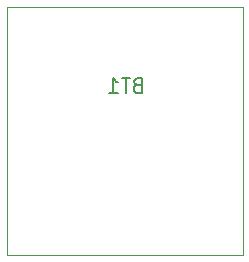
<source format=gbr>
%TF.GenerationSoftware,KiCad,Pcbnew,(5.1.6)-1*%
%TF.CreationDate,2020-09-22T06:28:04-04:00*%
%TF.ProjectId,Tutorial,5475746f-7269-4616-9c2e-6b696361645f,rev?*%
%TF.SameCoordinates,Original*%
%TF.FileFunction,Legend,Bot*%
%TF.FilePolarity,Positive*%
%FSLAX46Y46*%
G04 Gerber Fmt 4.6, Leading zero omitted, Abs format (unit mm)*
G04 Created by KiCad (PCBNEW (5.1.6)-1) date 2020-09-22 06:28:04*
%MOMM*%
%LPD*%
G01*
G04 APERTURE LIST*
%ADD10C,0.120000*%
%ADD11C,0.200000*%
G04 APERTURE END LIST*
D10*
%TO.C,BT1*%
X151000000Y-97500000D02*
X171000000Y-97500000D01*
X171000000Y-97500000D02*
X171000000Y-76500000D01*
X171000000Y-76500000D02*
X151000000Y-76500000D01*
X151000000Y-76500000D02*
X151000000Y-97500000D01*
D11*
X162042857Y-83114285D02*
X161871428Y-83171428D01*
X161814285Y-83228571D01*
X161757142Y-83342857D01*
X161757142Y-83514285D01*
X161814285Y-83628571D01*
X161871428Y-83685714D01*
X161985714Y-83742857D01*
X162442857Y-83742857D01*
X162442857Y-82542857D01*
X162042857Y-82542857D01*
X161928571Y-82600000D01*
X161871428Y-82657142D01*
X161814285Y-82771428D01*
X161814285Y-82885714D01*
X161871428Y-83000000D01*
X161928571Y-83057142D01*
X162042857Y-83114285D01*
X162442857Y-83114285D01*
X161414285Y-82542857D02*
X160728571Y-82542857D01*
X161071428Y-83742857D02*
X161071428Y-82542857D01*
X159700000Y-83742857D02*
X160385714Y-83742857D01*
X160042857Y-83742857D02*
X160042857Y-82542857D01*
X160157142Y-82714285D01*
X160271428Y-82828571D01*
X160385714Y-82885714D01*
%TD*%
M02*

</source>
